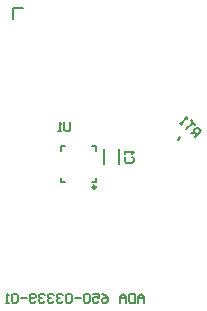
<source format=gbo>
G04*
G04 #@! TF.GenerationSoftware,Altium Limited,Altium Designer,24.1.2 (44)*
G04*
G04 Layer_Color=32896*
%FSLAX44Y44*%
%MOMM*%
G71*
G04*
G04 #@! TF.SameCoordinates,9C14B213-01B7-469D-91E1-2C6BB7E4D26A*
G04*
G04*
G04 #@! TF.FilePolarity,Positive*
G04*
G01*
G75*
%ADD11C,0.2000*%
%ADD12C,0.2500*%
%ADD13C,0.1270*%
%ADD39C,0.1524*%
%ADD56C,0.1300*%
D11*
X83775Y20529D02*
X85897Y22651D01*
X33746Y36D02*
Y12664D01*
X21118Y36D02*
Y12664D01*
D12*
X14458Y-19558D02*
G03*
X14458Y-19558I-1250J0D01*
G01*
D13*
X55000Y-117500D02*
Y-112422D01*
X52461Y-109882D01*
X49922Y-112422D01*
Y-117500D01*
Y-113691D01*
X55000D01*
X47382Y-109882D02*
Y-117500D01*
X43574D01*
X42304Y-116230D01*
Y-111152D01*
X43574Y-109882D01*
X47382D01*
X39765Y-117500D02*
Y-112422D01*
X37226Y-109882D01*
X34687Y-112422D01*
Y-117500D01*
Y-113691D01*
X39765D01*
X19452Y-109882D02*
X21991Y-111152D01*
X24530Y-113691D01*
Y-116230D01*
X23260Y-117500D01*
X20721D01*
X19452Y-116230D01*
Y-114961D01*
X20721Y-113691D01*
X24530D01*
X11834Y-109882D02*
X16912D01*
Y-113691D01*
X14373Y-112422D01*
X13103D01*
X11834Y-113691D01*
Y-116230D01*
X13103Y-117500D01*
X15643D01*
X16912Y-116230D01*
X9295Y-111152D02*
X8025Y-109882D01*
X5486D01*
X4216Y-111152D01*
Y-116230D01*
X5486Y-117500D01*
X8025D01*
X9295Y-116230D01*
Y-111152D01*
X1677Y-113691D02*
X-3401D01*
X-5940Y-111152D02*
X-7210Y-109882D01*
X-9749D01*
X-11019Y-111152D01*
Y-116230D01*
X-9749Y-117500D01*
X-7210D01*
X-5940Y-116230D01*
Y-111152D01*
X-13558D02*
X-14827Y-109882D01*
X-17367D01*
X-18636Y-111152D01*
Y-112422D01*
X-17367Y-113691D01*
X-16097D01*
X-17367D01*
X-18636Y-114961D01*
Y-116230D01*
X-17367Y-117500D01*
X-14827D01*
X-13558Y-116230D01*
X-21175Y-111152D02*
X-22445Y-109882D01*
X-24984D01*
X-26254Y-111152D01*
Y-112422D01*
X-24984Y-113691D01*
X-23715D01*
X-24984D01*
X-26254Y-114961D01*
Y-116230D01*
X-24984Y-117500D01*
X-22445D01*
X-21175Y-116230D01*
X-28793Y-111152D02*
X-30062Y-109882D01*
X-32602D01*
X-33871Y-111152D01*
Y-112422D01*
X-32602Y-113691D01*
X-31332D01*
X-32602D01*
X-33871Y-114961D01*
Y-116230D01*
X-32602Y-117500D01*
X-30062D01*
X-28793Y-116230D01*
X-36410D02*
X-37680Y-117500D01*
X-40219D01*
X-41489Y-116230D01*
Y-111152D01*
X-40219Y-109882D01*
X-37680D01*
X-36410Y-111152D01*
Y-112422D01*
X-37680Y-113691D01*
X-41489D01*
X-44028D02*
X-49106D01*
X-51645Y-111152D02*
X-52915Y-109882D01*
X-55454D01*
X-56724Y-111152D01*
Y-116230D01*
X-55454Y-117500D01*
X-52915D01*
X-51645Y-116230D01*
Y-111152D01*
X-59263Y-117500D02*
X-61802D01*
X-60533D01*
Y-109882D01*
X-59263Y-111152D01*
X45465Y6096D02*
X46735Y4826D01*
Y2287D01*
X45465Y1018D01*
X40387D01*
X39117Y2287D01*
Y4826D01*
X40387Y6096D01*
X39117Y8635D02*
Y11174D01*
Y9905D01*
X46735D01*
X45465Y8635D01*
X98417Y22603D02*
X103804Y27989D01*
X101110Y30683D01*
X99315Y30683D01*
X97520Y28887D01*
X97520Y27092D01*
X100213Y24398D01*
X98417Y26194D02*
X94826Y26194D01*
X98417Y33376D02*
X94826Y36967D01*
X96622Y35171D01*
X91235Y29785D01*
X87645Y33376D02*
X85849Y35171D01*
X86747Y34274D01*
X92133Y39660D01*
Y37864D01*
X-7062Y35263D02*
Y28915D01*
X-8332Y27645D01*
X-10871D01*
X-12141Y28915D01*
Y35263D01*
X-14680Y27645D02*
X-17219D01*
X-15949D01*
Y35263D01*
X-14680Y33993D01*
D39*
X-55880Y132080D02*
X-46990D01*
X-55880Y123190D02*
Y132080D01*
D56*
X11430Y-15000D02*
X15000D01*
Y-11430D01*
Y11430D02*
Y15000D01*
X11430D02*
X15000D01*
X-15000D02*
X-11432D01*
X-15000Y11430D02*
Y15000D01*
Y-15000D02*
Y-11430D01*
Y-15000D02*
X-11434D01*
M02*

</source>
